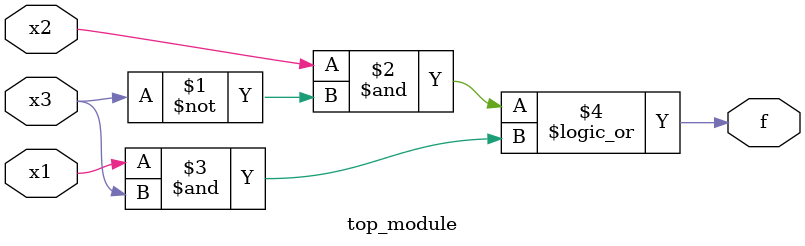
<source format=sv>
module top_module (
    input x3,
    input x2,
    input x1,
    output f
);
    assign f = (x2 & ~x3) || (x1 & x3);
endmodule

</source>
